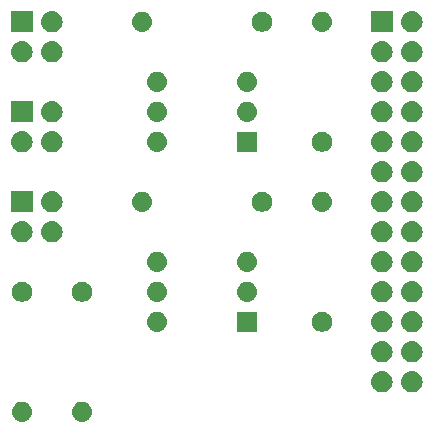
<source format=gbr>
G04 #@! TF.GenerationSoftware,KiCad,Pcbnew,5.1.4+dfsg1-2*
G04 #@! TF.CreationDate,2019-10-25T23:11:50+02:00*
G04 #@! TF.ProjectId,rpi_rpm,7270695f-7270-46d2-9e6b-696361645f70,rev?*
G04 #@! TF.SameCoordinates,Original*
G04 #@! TF.FileFunction,Soldermask,Bot*
G04 #@! TF.FilePolarity,Negative*
%FSLAX46Y46*%
G04 Gerber Fmt 4.6, Leading zero omitted, Abs format (unit mm)*
G04 Created by KiCad (PCBNEW 5.1.4+dfsg1-2) date 2019-10-25 23:11:50*
%MOMM*%
%LPD*%
G04 APERTURE LIST*
%ADD10C,0.150000*%
G04 APERTURE END LIST*
D10*
G36*
X139866823Y-114731313D02*
G01*
X140027242Y-114779976D01*
X140159906Y-114850886D01*
X140175078Y-114858996D01*
X140304659Y-114965341D01*
X140411004Y-115094922D01*
X140411005Y-115094924D01*
X140490024Y-115242758D01*
X140538687Y-115403177D01*
X140555117Y-115570000D01*
X140538687Y-115736823D01*
X140490024Y-115897242D01*
X140419114Y-116029906D01*
X140411004Y-116045078D01*
X140304659Y-116174659D01*
X140175078Y-116281004D01*
X140175076Y-116281005D01*
X140027242Y-116360024D01*
X139866823Y-116408687D01*
X139741804Y-116421000D01*
X139658196Y-116421000D01*
X139533177Y-116408687D01*
X139372758Y-116360024D01*
X139224924Y-116281005D01*
X139224922Y-116281004D01*
X139095341Y-116174659D01*
X138988996Y-116045078D01*
X138980886Y-116029906D01*
X138909976Y-115897242D01*
X138861313Y-115736823D01*
X138844883Y-115570000D01*
X138861313Y-115403177D01*
X138909976Y-115242758D01*
X138988995Y-115094924D01*
X138988996Y-115094922D01*
X139095341Y-114965341D01*
X139224922Y-114858996D01*
X139240094Y-114850886D01*
X139372758Y-114779976D01*
X139533177Y-114731313D01*
X139658196Y-114719000D01*
X139741804Y-114719000D01*
X139866823Y-114731313D01*
X139866823Y-114731313D01*
G37*
G36*
X134786823Y-114731313D02*
G01*
X134947242Y-114779976D01*
X135079906Y-114850886D01*
X135095078Y-114858996D01*
X135224659Y-114965341D01*
X135331004Y-115094922D01*
X135331005Y-115094924D01*
X135410024Y-115242758D01*
X135458687Y-115403177D01*
X135475117Y-115570000D01*
X135458687Y-115736823D01*
X135410024Y-115897242D01*
X135339114Y-116029906D01*
X135331004Y-116045078D01*
X135224659Y-116174659D01*
X135095078Y-116281004D01*
X135095076Y-116281005D01*
X134947242Y-116360024D01*
X134786823Y-116408687D01*
X134661804Y-116421000D01*
X134578196Y-116421000D01*
X134453177Y-116408687D01*
X134292758Y-116360024D01*
X134144924Y-116281005D01*
X134144922Y-116281004D01*
X134015341Y-116174659D01*
X133908996Y-116045078D01*
X133900886Y-116029906D01*
X133829976Y-115897242D01*
X133781313Y-115736823D01*
X133764883Y-115570000D01*
X133781313Y-115403177D01*
X133829976Y-115242758D01*
X133908995Y-115094924D01*
X133908996Y-115094922D01*
X134015341Y-114965341D01*
X134144922Y-114858996D01*
X134160094Y-114850886D01*
X134292758Y-114779976D01*
X134453177Y-114731313D01*
X134578196Y-114719000D01*
X134661804Y-114719000D01*
X134786823Y-114731313D01*
X134786823Y-114731313D01*
G37*
G36*
X167750443Y-112135519D02*
G01*
X167816627Y-112142037D01*
X167986466Y-112193557D01*
X168142991Y-112277222D01*
X168178729Y-112306552D01*
X168280186Y-112389814D01*
X168363448Y-112491271D01*
X168392778Y-112527009D01*
X168476443Y-112683534D01*
X168527963Y-112853373D01*
X168545359Y-113030000D01*
X168527963Y-113206627D01*
X168476443Y-113376466D01*
X168392778Y-113532991D01*
X168363448Y-113568729D01*
X168280186Y-113670186D01*
X168178729Y-113753448D01*
X168142991Y-113782778D01*
X167986466Y-113866443D01*
X167816627Y-113917963D01*
X167750443Y-113924481D01*
X167684260Y-113931000D01*
X167595740Y-113931000D01*
X167529557Y-113924481D01*
X167463373Y-113917963D01*
X167293534Y-113866443D01*
X167137009Y-113782778D01*
X167101271Y-113753448D01*
X166999814Y-113670186D01*
X166916552Y-113568729D01*
X166887222Y-113532991D01*
X166803557Y-113376466D01*
X166752037Y-113206627D01*
X166734641Y-113030000D01*
X166752037Y-112853373D01*
X166803557Y-112683534D01*
X166887222Y-112527009D01*
X166916552Y-112491271D01*
X166999814Y-112389814D01*
X167101271Y-112306552D01*
X167137009Y-112277222D01*
X167293534Y-112193557D01*
X167463373Y-112142037D01*
X167529557Y-112135519D01*
X167595740Y-112129000D01*
X167684260Y-112129000D01*
X167750443Y-112135519D01*
X167750443Y-112135519D01*
G37*
G36*
X165210443Y-112135519D02*
G01*
X165276627Y-112142037D01*
X165446466Y-112193557D01*
X165602991Y-112277222D01*
X165638729Y-112306552D01*
X165740186Y-112389814D01*
X165823448Y-112491271D01*
X165852778Y-112527009D01*
X165936443Y-112683534D01*
X165987963Y-112853373D01*
X166005359Y-113030000D01*
X165987963Y-113206627D01*
X165936443Y-113376466D01*
X165852778Y-113532991D01*
X165823448Y-113568729D01*
X165740186Y-113670186D01*
X165638729Y-113753448D01*
X165602991Y-113782778D01*
X165446466Y-113866443D01*
X165276627Y-113917963D01*
X165210443Y-113924481D01*
X165144260Y-113931000D01*
X165055740Y-113931000D01*
X164989557Y-113924481D01*
X164923373Y-113917963D01*
X164753534Y-113866443D01*
X164597009Y-113782778D01*
X164561271Y-113753448D01*
X164459814Y-113670186D01*
X164376552Y-113568729D01*
X164347222Y-113532991D01*
X164263557Y-113376466D01*
X164212037Y-113206627D01*
X164194641Y-113030000D01*
X164212037Y-112853373D01*
X164263557Y-112683534D01*
X164347222Y-112527009D01*
X164376552Y-112491271D01*
X164459814Y-112389814D01*
X164561271Y-112306552D01*
X164597009Y-112277222D01*
X164753534Y-112193557D01*
X164923373Y-112142037D01*
X164989557Y-112135519D01*
X165055740Y-112129000D01*
X165144260Y-112129000D01*
X165210443Y-112135519D01*
X165210443Y-112135519D01*
G37*
G36*
X167750442Y-109595518D02*
G01*
X167816627Y-109602037D01*
X167986466Y-109653557D01*
X168142991Y-109737222D01*
X168178729Y-109766552D01*
X168280186Y-109849814D01*
X168363448Y-109951271D01*
X168392778Y-109987009D01*
X168476443Y-110143534D01*
X168527963Y-110313373D01*
X168545359Y-110490000D01*
X168527963Y-110666627D01*
X168476443Y-110836466D01*
X168392778Y-110992991D01*
X168363448Y-111028729D01*
X168280186Y-111130186D01*
X168178729Y-111213448D01*
X168142991Y-111242778D01*
X167986466Y-111326443D01*
X167816627Y-111377963D01*
X167750443Y-111384481D01*
X167684260Y-111391000D01*
X167595740Y-111391000D01*
X167529557Y-111384481D01*
X167463373Y-111377963D01*
X167293534Y-111326443D01*
X167137009Y-111242778D01*
X167101271Y-111213448D01*
X166999814Y-111130186D01*
X166916552Y-111028729D01*
X166887222Y-110992991D01*
X166803557Y-110836466D01*
X166752037Y-110666627D01*
X166734641Y-110490000D01*
X166752037Y-110313373D01*
X166803557Y-110143534D01*
X166887222Y-109987009D01*
X166916552Y-109951271D01*
X166999814Y-109849814D01*
X167101271Y-109766552D01*
X167137009Y-109737222D01*
X167293534Y-109653557D01*
X167463373Y-109602037D01*
X167529558Y-109595518D01*
X167595740Y-109589000D01*
X167684260Y-109589000D01*
X167750442Y-109595518D01*
X167750442Y-109595518D01*
G37*
G36*
X165210442Y-109595518D02*
G01*
X165276627Y-109602037D01*
X165446466Y-109653557D01*
X165602991Y-109737222D01*
X165638729Y-109766552D01*
X165740186Y-109849814D01*
X165823448Y-109951271D01*
X165852778Y-109987009D01*
X165936443Y-110143534D01*
X165987963Y-110313373D01*
X166005359Y-110490000D01*
X165987963Y-110666627D01*
X165936443Y-110836466D01*
X165852778Y-110992991D01*
X165823448Y-111028729D01*
X165740186Y-111130186D01*
X165638729Y-111213448D01*
X165602991Y-111242778D01*
X165446466Y-111326443D01*
X165276627Y-111377963D01*
X165210443Y-111384481D01*
X165144260Y-111391000D01*
X165055740Y-111391000D01*
X164989557Y-111384481D01*
X164923373Y-111377963D01*
X164753534Y-111326443D01*
X164597009Y-111242778D01*
X164561271Y-111213448D01*
X164459814Y-111130186D01*
X164376552Y-111028729D01*
X164347222Y-110992991D01*
X164263557Y-110836466D01*
X164212037Y-110666627D01*
X164194641Y-110490000D01*
X164212037Y-110313373D01*
X164263557Y-110143534D01*
X164347222Y-109987009D01*
X164376552Y-109951271D01*
X164459814Y-109849814D01*
X164561271Y-109766552D01*
X164597009Y-109737222D01*
X164753534Y-109653557D01*
X164923373Y-109602037D01*
X164989558Y-109595518D01*
X165055740Y-109589000D01*
X165144260Y-109589000D01*
X165210442Y-109595518D01*
X165210442Y-109595518D01*
G37*
G36*
X167750442Y-107055518D02*
G01*
X167816627Y-107062037D01*
X167986466Y-107113557D01*
X168142991Y-107197222D01*
X168178729Y-107226552D01*
X168280186Y-107309814D01*
X168360369Y-107407519D01*
X168392778Y-107447009D01*
X168476443Y-107603534D01*
X168527963Y-107773373D01*
X168545359Y-107950000D01*
X168527963Y-108126627D01*
X168476443Y-108296466D01*
X168392778Y-108452991D01*
X168363448Y-108488729D01*
X168280186Y-108590186D01*
X168178729Y-108673448D01*
X168142991Y-108702778D01*
X167986466Y-108786443D01*
X167816627Y-108837963D01*
X167750442Y-108844482D01*
X167684260Y-108851000D01*
X167595740Y-108851000D01*
X167529558Y-108844482D01*
X167463373Y-108837963D01*
X167293534Y-108786443D01*
X167137009Y-108702778D01*
X167101271Y-108673448D01*
X166999814Y-108590186D01*
X166916552Y-108488729D01*
X166887222Y-108452991D01*
X166803557Y-108296466D01*
X166752037Y-108126627D01*
X166734641Y-107950000D01*
X166752037Y-107773373D01*
X166803557Y-107603534D01*
X166887222Y-107447009D01*
X166919631Y-107407519D01*
X166999814Y-107309814D01*
X167101271Y-107226552D01*
X167137009Y-107197222D01*
X167293534Y-107113557D01*
X167463373Y-107062037D01*
X167529558Y-107055518D01*
X167595740Y-107049000D01*
X167684260Y-107049000D01*
X167750442Y-107055518D01*
X167750442Y-107055518D01*
G37*
G36*
X165210442Y-107055518D02*
G01*
X165276627Y-107062037D01*
X165446466Y-107113557D01*
X165602991Y-107197222D01*
X165638729Y-107226552D01*
X165740186Y-107309814D01*
X165820369Y-107407519D01*
X165852778Y-107447009D01*
X165936443Y-107603534D01*
X165987963Y-107773373D01*
X166005359Y-107950000D01*
X165987963Y-108126627D01*
X165936443Y-108296466D01*
X165852778Y-108452991D01*
X165823448Y-108488729D01*
X165740186Y-108590186D01*
X165638729Y-108673448D01*
X165602991Y-108702778D01*
X165446466Y-108786443D01*
X165276627Y-108837963D01*
X165210442Y-108844482D01*
X165144260Y-108851000D01*
X165055740Y-108851000D01*
X164989558Y-108844482D01*
X164923373Y-108837963D01*
X164753534Y-108786443D01*
X164597009Y-108702778D01*
X164561271Y-108673448D01*
X164459814Y-108590186D01*
X164376552Y-108488729D01*
X164347222Y-108452991D01*
X164263557Y-108296466D01*
X164212037Y-108126627D01*
X164194641Y-107950000D01*
X164212037Y-107773373D01*
X164263557Y-107603534D01*
X164347222Y-107447009D01*
X164379631Y-107407519D01*
X164459814Y-107309814D01*
X164561271Y-107226552D01*
X164597009Y-107197222D01*
X164753534Y-107113557D01*
X164923373Y-107062037D01*
X164989558Y-107055518D01*
X165055740Y-107049000D01*
X165144260Y-107049000D01*
X165210442Y-107055518D01*
X165210442Y-107055518D01*
G37*
G36*
X160268228Y-107131703D02*
G01*
X160423100Y-107195853D01*
X160562481Y-107288985D01*
X160681015Y-107407519D01*
X160774147Y-107546900D01*
X160838297Y-107701772D01*
X160871000Y-107866184D01*
X160871000Y-108033816D01*
X160838297Y-108198228D01*
X160774147Y-108353100D01*
X160681015Y-108492481D01*
X160562481Y-108611015D01*
X160423100Y-108704147D01*
X160268228Y-108768297D01*
X160103816Y-108801000D01*
X159936184Y-108801000D01*
X159771772Y-108768297D01*
X159616900Y-108704147D01*
X159477519Y-108611015D01*
X159358985Y-108492481D01*
X159265853Y-108353100D01*
X159201703Y-108198228D01*
X159169000Y-108033816D01*
X159169000Y-107866184D01*
X159201703Y-107701772D01*
X159265853Y-107546900D01*
X159358985Y-107407519D01*
X159477519Y-107288985D01*
X159616900Y-107195853D01*
X159771772Y-107131703D01*
X159936184Y-107099000D01*
X160103816Y-107099000D01*
X160268228Y-107131703D01*
X160268228Y-107131703D01*
G37*
G36*
X146216823Y-107111313D02*
G01*
X146377242Y-107159976D01*
X146444361Y-107195852D01*
X146525078Y-107238996D01*
X146654659Y-107345341D01*
X146761004Y-107474922D01*
X146761005Y-107474924D01*
X146840024Y-107622758D01*
X146888687Y-107783177D01*
X146905117Y-107950000D01*
X146888687Y-108116823D01*
X146840024Y-108277242D01*
X146799477Y-108353100D01*
X146761004Y-108425078D01*
X146654659Y-108554659D01*
X146525078Y-108661004D01*
X146525076Y-108661005D01*
X146377242Y-108740024D01*
X146216823Y-108788687D01*
X146091804Y-108801000D01*
X146008196Y-108801000D01*
X145883177Y-108788687D01*
X145722758Y-108740024D01*
X145574924Y-108661005D01*
X145574922Y-108661004D01*
X145445341Y-108554659D01*
X145338996Y-108425078D01*
X145300523Y-108353100D01*
X145259976Y-108277242D01*
X145211313Y-108116823D01*
X145194883Y-107950000D01*
X145211313Y-107783177D01*
X145259976Y-107622758D01*
X145338995Y-107474924D01*
X145338996Y-107474922D01*
X145445341Y-107345341D01*
X145574922Y-107238996D01*
X145655639Y-107195852D01*
X145722758Y-107159976D01*
X145883177Y-107111313D01*
X146008196Y-107099000D01*
X146091804Y-107099000D01*
X146216823Y-107111313D01*
X146216823Y-107111313D01*
G37*
G36*
X154521000Y-108801000D02*
G01*
X152819000Y-108801000D01*
X152819000Y-107099000D01*
X154521000Y-107099000D01*
X154521000Y-108801000D01*
X154521000Y-108801000D01*
G37*
G36*
X167750443Y-104515519D02*
G01*
X167816627Y-104522037D01*
X167986466Y-104573557D01*
X168142991Y-104657222D01*
X168178729Y-104686552D01*
X168280186Y-104769814D01*
X168360369Y-104867519D01*
X168392778Y-104907009D01*
X168476443Y-105063534D01*
X168527963Y-105233373D01*
X168545359Y-105410000D01*
X168527963Y-105586627D01*
X168476443Y-105756466D01*
X168392778Y-105912991D01*
X168363448Y-105948729D01*
X168280186Y-106050186D01*
X168178729Y-106133448D01*
X168142991Y-106162778D01*
X167986466Y-106246443D01*
X167816627Y-106297963D01*
X167750442Y-106304482D01*
X167684260Y-106311000D01*
X167595740Y-106311000D01*
X167529558Y-106304482D01*
X167463373Y-106297963D01*
X167293534Y-106246443D01*
X167137009Y-106162778D01*
X167101271Y-106133448D01*
X166999814Y-106050186D01*
X166916552Y-105948729D01*
X166887222Y-105912991D01*
X166803557Y-105756466D01*
X166752037Y-105586627D01*
X166734641Y-105410000D01*
X166752037Y-105233373D01*
X166803557Y-105063534D01*
X166887222Y-104907009D01*
X166919631Y-104867519D01*
X166999814Y-104769814D01*
X167101271Y-104686552D01*
X167137009Y-104657222D01*
X167293534Y-104573557D01*
X167463373Y-104522037D01*
X167529557Y-104515519D01*
X167595740Y-104509000D01*
X167684260Y-104509000D01*
X167750443Y-104515519D01*
X167750443Y-104515519D01*
G37*
G36*
X165210443Y-104515519D02*
G01*
X165276627Y-104522037D01*
X165446466Y-104573557D01*
X165602991Y-104657222D01*
X165638729Y-104686552D01*
X165740186Y-104769814D01*
X165820369Y-104867519D01*
X165852778Y-104907009D01*
X165936443Y-105063534D01*
X165987963Y-105233373D01*
X166005359Y-105410000D01*
X165987963Y-105586627D01*
X165936443Y-105756466D01*
X165852778Y-105912991D01*
X165823448Y-105948729D01*
X165740186Y-106050186D01*
X165638729Y-106133448D01*
X165602991Y-106162778D01*
X165446466Y-106246443D01*
X165276627Y-106297963D01*
X165210442Y-106304482D01*
X165144260Y-106311000D01*
X165055740Y-106311000D01*
X164989558Y-106304482D01*
X164923373Y-106297963D01*
X164753534Y-106246443D01*
X164597009Y-106162778D01*
X164561271Y-106133448D01*
X164459814Y-106050186D01*
X164376552Y-105948729D01*
X164347222Y-105912991D01*
X164263557Y-105756466D01*
X164212037Y-105586627D01*
X164194641Y-105410000D01*
X164212037Y-105233373D01*
X164263557Y-105063534D01*
X164347222Y-104907009D01*
X164379631Y-104867519D01*
X164459814Y-104769814D01*
X164561271Y-104686552D01*
X164597009Y-104657222D01*
X164753534Y-104573557D01*
X164923373Y-104522037D01*
X164989557Y-104515519D01*
X165055740Y-104509000D01*
X165144260Y-104509000D01*
X165210443Y-104515519D01*
X165210443Y-104515519D01*
G37*
G36*
X139948228Y-104591703D02*
G01*
X140103100Y-104655853D01*
X140242481Y-104748985D01*
X140361015Y-104867519D01*
X140454147Y-105006900D01*
X140518297Y-105161772D01*
X140551000Y-105326184D01*
X140551000Y-105493816D01*
X140518297Y-105658228D01*
X140454147Y-105813100D01*
X140361015Y-105952481D01*
X140242481Y-106071015D01*
X140103100Y-106164147D01*
X139948228Y-106228297D01*
X139783816Y-106261000D01*
X139616184Y-106261000D01*
X139451772Y-106228297D01*
X139296900Y-106164147D01*
X139157519Y-106071015D01*
X139038985Y-105952481D01*
X138945853Y-105813100D01*
X138881703Y-105658228D01*
X138849000Y-105493816D01*
X138849000Y-105326184D01*
X138881703Y-105161772D01*
X138945853Y-105006900D01*
X139038985Y-104867519D01*
X139157519Y-104748985D01*
X139296900Y-104655853D01*
X139451772Y-104591703D01*
X139616184Y-104559000D01*
X139783816Y-104559000D01*
X139948228Y-104591703D01*
X139948228Y-104591703D01*
G37*
G36*
X146216823Y-104571313D02*
G01*
X146377242Y-104619976D01*
X146444361Y-104655852D01*
X146525078Y-104698996D01*
X146654659Y-104805341D01*
X146761004Y-104934922D01*
X146761005Y-104934924D01*
X146840024Y-105082758D01*
X146888687Y-105243177D01*
X146905117Y-105410000D01*
X146888687Y-105576823D01*
X146840024Y-105737242D01*
X146799477Y-105813100D01*
X146761004Y-105885078D01*
X146654659Y-106014659D01*
X146525078Y-106121004D01*
X146525076Y-106121005D01*
X146377242Y-106200024D01*
X146216823Y-106248687D01*
X146091804Y-106261000D01*
X146008196Y-106261000D01*
X145883177Y-106248687D01*
X145722758Y-106200024D01*
X145574924Y-106121005D01*
X145574922Y-106121004D01*
X145445341Y-106014659D01*
X145338996Y-105885078D01*
X145300523Y-105813100D01*
X145259976Y-105737242D01*
X145211313Y-105576823D01*
X145194883Y-105410000D01*
X145211313Y-105243177D01*
X145259976Y-105082758D01*
X145338995Y-104934924D01*
X145338996Y-104934922D01*
X145445341Y-104805341D01*
X145574922Y-104698996D01*
X145655639Y-104655852D01*
X145722758Y-104619976D01*
X145883177Y-104571313D01*
X146008196Y-104559000D01*
X146091804Y-104559000D01*
X146216823Y-104571313D01*
X146216823Y-104571313D01*
G37*
G36*
X153836823Y-104571313D02*
G01*
X153997242Y-104619976D01*
X154064361Y-104655852D01*
X154145078Y-104698996D01*
X154274659Y-104805341D01*
X154381004Y-104934922D01*
X154381005Y-104934924D01*
X154460024Y-105082758D01*
X154508687Y-105243177D01*
X154525117Y-105410000D01*
X154508687Y-105576823D01*
X154460024Y-105737242D01*
X154419477Y-105813100D01*
X154381004Y-105885078D01*
X154274659Y-106014659D01*
X154145078Y-106121004D01*
X154145076Y-106121005D01*
X153997242Y-106200024D01*
X153836823Y-106248687D01*
X153711804Y-106261000D01*
X153628196Y-106261000D01*
X153503177Y-106248687D01*
X153342758Y-106200024D01*
X153194924Y-106121005D01*
X153194922Y-106121004D01*
X153065341Y-106014659D01*
X152958996Y-105885078D01*
X152920523Y-105813100D01*
X152879976Y-105737242D01*
X152831313Y-105576823D01*
X152814883Y-105410000D01*
X152831313Y-105243177D01*
X152879976Y-105082758D01*
X152958995Y-104934924D01*
X152958996Y-104934922D01*
X153065341Y-104805341D01*
X153194922Y-104698996D01*
X153275639Y-104655852D01*
X153342758Y-104619976D01*
X153503177Y-104571313D01*
X153628196Y-104559000D01*
X153711804Y-104559000D01*
X153836823Y-104571313D01*
X153836823Y-104571313D01*
G37*
G36*
X134868228Y-104591703D02*
G01*
X135023100Y-104655853D01*
X135162481Y-104748985D01*
X135281015Y-104867519D01*
X135374147Y-105006900D01*
X135438297Y-105161772D01*
X135471000Y-105326184D01*
X135471000Y-105493816D01*
X135438297Y-105658228D01*
X135374147Y-105813100D01*
X135281015Y-105952481D01*
X135162481Y-106071015D01*
X135023100Y-106164147D01*
X134868228Y-106228297D01*
X134703816Y-106261000D01*
X134536184Y-106261000D01*
X134371772Y-106228297D01*
X134216900Y-106164147D01*
X134077519Y-106071015D01*
X133958985Y-105952481D01*
X133865853Y-105813100D01*
X133801703Y-105658228D01*
X133769000Y-105493816D01*
X133769000Y-105326184D01*
X133801703Y-105161772D01*
X133865853Y-105006900D01*
X133958985Y-104867519D01*
X134077519Y-104748985D01*
X134216900Y-104655853D01*
X134371772Y-104591703D01*
X134536184Y-104559000D01*
X134703816Y-104559000D01*
X134868228Y-104591703D01*
X134868228Y-104591703D01*
G37*
G36*
X167750442Y-101975518D02*
G01*
X167816627Y-101982037D01*
X167986466Y-102033557D01*
X168142991Y-102117222D01*
X168178729Y-102146552D01*
X168280186Y-102229814D01*
X168363448Y-102331271D01*
X168392778Y-102367009D01*
X168476443Y-102523534D01*
X168527963Y-102693373D01*
X168545359Y-102870000D01*
X168527963Y-103046627D01*
X168476443Y-103216466D01*
X168392778Y-103372991D01*
X168363448Y-103408729D01*
X168280186Y-103510186D01*
X168178729Y-103593448D01*
X168142991Y-103622778D01*
X167986466Y-103706443D01*
X167816627Y-103757963D01*
X167750443Y-103764481D01*
X167684260Y-103771000D01*
X167595740Y-103771000D01*
X167529557Y-103764481D01*
X167463373Y-103757963D01*
X167293534Y-103706443D01*
X167137009Y-103622778D01*
X167101271Y-103593448D01*
X166999814Y-103510186D01*
X166916552Y-103408729D01*
X166887222Y-103372991D01*
X166803557Y-103216466D01*
X166752037Y-103046627D01*
X166734641Y-102870000D01*
X166752037Y-102693373D01*
X166803557Y-102523534D01*
X166887222Y-102367009D01*
X166916552Y-102331271D01*
X166999814Y-102229814D01*
X167101271Y-102146552D01*
X167137009Y-102117222D01*
X167293534Y-102033557D01*
X167463373Y-101982037D01*
X167529558Y-101975518D01*
X167595740Y-101969000D01*
X167684260Y-101969000D01*
X167750442Y-101975518D01*
X167750442Y-101975518D01*
G37*
G36*
X165210442Y-101975518D02*
G01*
X165276627Y-101982037D01*
X165446466Y-102033557D01*
X165602991Y-102117222D01*
X165638729Y-102146552D01*
X165740186Y-102229814D01*
X165823448Y-102331271D01*
X165852778Y-102367009D01*
X165936443Y-102523534D01*
X165987963Y-102693373D01*
X166005359Y-102870000D01*
X165987963Y-103046627D01*
X165936443Y-103216466D01*
X165852778Y-103372991D01*
X165823448Y-103408729D01*
X165740186Y-103510186D01*
X165638729Y-103593448D01*
X165602991Y-103622778D01*
X165446466Y-103706443D01*
X165276627Y-103757963D01*
X165210443Y-103764481D01*
X165144260Y-103771000D01*
X165055740Y-103771000D01*
X164989557Y-103764481D01*
X164923373Y-103757963D01*
X164753534Y-103706443D01*
X164597009Y-103622778D01*
X164561271Y-103593448D01*
X164459814Y-103510186D01*
X164376552Y-103408729D01*
X164347222Y-103372991D01*
X164263557Y-103216466D01*
X164212037Y-103046627D01*
X164194641Y-102870000D01*
X164212037Y-102693373D01*
X164263557Y-102523534D01*
X164347222Y-102367009D01*
X164376552Y-102331271D01*
X164459814Y-102229814D01*
X164561271Y-102146552D01*
X164597009Y-102117222D01*
X164753534Y-102033557D01*
X164923373Y-101982037D01*
X164989558Y-101975518D01*
X165055740Y-101969000D01*
X165144260Y-101969000D01*
X165210442Y-101975518D01*
X165210442Y-101975518D01*
G37*
G36*
X146216823Y-102031313D02*
G01*
X146377242Y-102079976D01*
X146446922Y-102117221D01*
X146525078Y-102158996D01*
X146654659Y-102265341D01*
X146761004Y-102394922D01*
X146761005Y-102394924D01*
X146840024Y-102542758D01*
X146888687Y-102703177D01*
X146905117Y-102870000D01*
X146888687Y-103036823D01*
X146840024Y-103197242D01*
X146829747Y-103216468D01*
X146761004Y-103345078D01*
X146654659Y-103474659D01*
X146525078Y-103581004D01*
X146525076Y-103581005D01*
X146377242Y-103660024D01*
X146216823Y-103708687D01*
X146091804Y-103721000D01*
X146008196Y-103721000D01*
X145883177Y-103708687D01*
X145722758Y-103660024D01*
X145574924Y-103581005D01*
X145574922Y-103581004D01*
X145445341Y-103474659D01*
X145338996Y-103345078D01*
X145270253Y-103216468D01*
X145259976Y-103197242D01*
X145211313Y-103036823D01*
X145194883Y-102870000D01*
X145211313Y-102703177D01*
X145259976Y-102542758D01*
X145338995Y-102394924D01*
X145338996Y-102394922D01*
X145445341Y-102265341D01*
X145574922Y-102158996D01*
X145653078Y-102117221D01*
X145722758Y-102079976D01*
X145883177Y-102031313D01*
X146008196Y-102019000D01*
X146091804Y-102019000D01*
X146216823Y-102031313D01*
X146216823Y-102031313D01*
G37*
G36*
X153836823Y-102031313D02*
G01*
X153997242Y-102079976D01*
X154066922Y-102117221D01*
X154145078Y-102158996D01*
X154274659Y-102265341D01*
X154381004Y-102394922D01*
X154381005Y-102394924D01*
X154460024Y-102542758D01*
X154508687Y-102703177D01*
X154525117Y-102870000D01*
X154508687Y-103036823D01*
X154460024Y-103197242D01*
X154449747Y-103216468D01*
X154381004Y-103345078D01*
X154274659Y-103474659D01*
X154145078Y-103581004D01*
X154145076Y-103581005D01*
X153997242Y-103660024D01*
X153836823Y-103708687D01*
X153711804Y-103721000D01*
X153628196Y-103721000D01*
X153503177Y-103708687D01*
X153342758Y-103660024D01*
X153194924Y-103581005D01*
X153194922Y-103581004D01*
X153065341Y-103474659D01*
X152958996Y-103345078D01*
X152890253Y-103216468D01*
X152879976Y-103197242D01*
X152831313Y-103036823D01*
X152814883Y-102870000D01*
X152831313Y-102703177D01*
X152879976Y-102542758D01*
X152958995Y-102394924D01*
X152958996Y-102394922D01*
X153065341Y-102265341D01*
X153194922Y-102158996D01*
X153273078Y-102117221D01*
X153342758Y-102079976D01*
X153503177Y-102031313D01*
X153628196Y-102019000D01*
X153711804Y-102019000D01*
X153836823Y-102031313D01*
X153836823Y-102031313D01*
G37*
G36*
X137270443Y-99435519D02*
G01*
X137336627Y-99442037D01*
X137506466Y-99493557D01*
X137662991Y-99577222D01*
X137698729Y-99606552D01*
X137800186Y-99689814D01*
X137883448Y-99791271D01*
X137912778Y-99827009D01*
X137996443Y-99983534D01*
X138047963Y-100153373D01*
X138065359Y-100330000D01*
X138047963Y-100506627D01*
X137996443Y-100676466D01*
X137912778Y-100832991D01*
X137883448Y-100868729D01*
X137800186Y-100970186D01*
X137698729Y-101053448D01*
X137662991Y-101082778D01*
X137506466Y-101166443D01*
X137336627Y-101217963D01*
X137270443Y-101224481D01*
X137204260Y-101231000D01*
X137115740Y-101231000D01*
X137049558Y-101224482D01*
X136983373Y-101217963D01*
X136813534Y-101166443D01*
X136657009Y-101082778D01*
X136621271Y-101053448D01*
X136519814Y-100970186D01*
X136436552Y-100868729D01*
X136407222Y-100832991D01*
X136323557Y-100676466D01*
X136272037Y-100506627D01*
X136254641Y-100330000D01*
X136272037Y-100153373D01*
X136323557Y-99983534D01*
X136407222Y-99827009D01*
X136436552Y-99791271D01*
X136519814Y-99689814D01*
X136621271Y-99606552D01*
X136657009Y-99577222D01*
X136813534Y-99493557D01*
X136983373Y-99442037D01*
X137049558Y-99435518D01*
X137115740Y-99429000D01*
X137204260Y-99429000D01*
X137270443Y-99435519D01*
X137270443Y-99435519D01*
G37*
G36*
X134730443Y-99435519D02*
G01*
X134796627Y-99442037D01*
X134966466Y-99493557D01*
X135122991Y-99577222D01*
X135158729Y-99606552D01*
X135260186Y-99689814D01*
X135343448Y-99791271D01*
X135372778Y-99827009D01*
X135456443Y-99983534D01*
X135507963Y-100153373D01*
X135525359Y-100330000D01*
X135507963Y-100506627D01*
X135456443Y-100676466D01*
X135372778Y-100832991D01*
X135343448Y-100868729D01*
X135260186Y-100970186D01*
X135158729Y-101053448D01*
X135122991Y-101082778D01*
X134966466Y-101166443D01*
X134796627Y-101217963D01*
X134730443Y-101224481D01*
X134664260Y-101231000D01*
X134575740Y-101231000D01*
X134509558Y-101224482D01*
X134443373Y-101217963D01*
X134273534Y-101166443D01*
X134117009Y-101082778D01*
X134081271Y-101053448D01*
X133979814Y-100970186D01*
X133896552Y-100868729D01*
X133867222Y-100832991D01*
X133783557Y-100676466D01*
X133732037Y-100506627D01*
X133714641Y-100330000D01*
X133732037Y-100153373D01*
X133783557Y-99983534D01*
X133867222Y-99827009D01*
X133896552Y-99791271D01*
X133979814Y-99689814D01*
X134081271Y-99606552D01*
X134117009Y-99577222D01*
X134273534Y-99493557D01*
X134443373Y-99442037D01*
X134509558Y-99435518D01*
X134575740Y-99429000D01*
X134664260Y-99429000D01*
X134730443Y-99435519D01*
X134730443Y-99435519D01*
G37*
G36*
X167750443Y-99435519D02*
G01*
X167816627Y-99442037D01*
X167986466Y-99493557D01*
X168142991Y-99577222D01*
X168178729Y-99606552D01*
X168280186Y-99689814D01*
X168363448Y-99791271D01*
X168392778Y-99827009D01*
X168476443Y-99983534D01*
X168527963Y-100153373D01*
X168545359Y-100330000D01*
X168527963Y-100506627D01*
X168476443Y-100676466D01*
X168392778Y-100832991D01*
X168363448Y-100868729D01*
X168280186Y-100970186D01*
X168178729Y-101053448D01*
X168142991Y-101082778D01*
X167986466Y-101166443D01*
X167816627Y-101217963D01*
X167750443Y-101224481D01*
X167684260Y-101231000D01*
X167595740Y-101231000D01*
X167529558Y-101224482D01*
X167463373Y-101217963D01*
X167293534Y-101166443D01*
X167137009Y-101082778D01*
X167101271Y-101053448D01*
X166999814Y-100970186D01*
X166916552Y-100868729D01*
X166887222Y-100832991D01*
X166803557Y-100676466D01*
X166752037Y-100506627D01*
X166734641Y-100330000D01*
X166752037Y-100153373D01*
X166803557Y-99983534D01*
X166887222Y-99827009D01*
X166916552Y-99791271D01*
X166999814Y-99689814D01*
X167101271Y-99606552D01*
X167137009Y-99577222D01*
X167293534Y-99493557D01*
X167463373Y-99442037D01*
X167529558Y-99435518D01*
X167595740Y-99429000D01*
X167684260Y-99429000D01*
X167750443Y-99435519D01*
X167750443Y-99435519D01*
G37*
G36*
X165210443Y-99435519D02*
G01*
X165276627Y-99442037D01*
X165446466Y-99493557D01*
X165602991Y-99577222D01*
X165638729Y-99606552D01*
X165740186Y-99689814D01*
X165823448Y-99791271D01*
X165852778Y-99827009D01*
X165936443Y-99983534D01*
X165987963Y-100153373D01*
X166005359Y-100330000D01*
X165987963Y-100506627D01*
X165936443Y-100676466D01*
X165852778Y-100832991D01*
X165823448Y-100868729D01*
X165740186Y-100970186D01*
X165638729Y-101053448D01*
X165602991Y-101082778D01*
X165446466Y-101166443D01*
X165276627Y-101217963D01*
X165210443Y-101224481D01*
X165144260Y-101231000D01*
X165055740Y-101231000D01*
X164989558Y-101224482D01*
X164923373Y-101217963D01*
X164753534Y-101166443D01*
X164597009Y-101082778D01*
X164561271Y-101053448D01*
X164459814Y-100970186D01*
X164376552Y-100868729D01*
X164347222Y-100832991D01*
X164263557Y-100676466D01*
X164212037Y-100506627D01*
X164194641Y-100330000D01*
X164212037Y-100153373D01*
X164263557Y-99983534D01*
X164347222Y-99827009D01*
X164376552Y-99791271D01*
X164459814Y-99689814D01*
X164561271Y-99606552D01*
X164597009Y-99577222D01*
X164753534Y-99493557D01*
X164923373Y-99442037D01*
X164989558Y-99435518D01*
X165055740Y-99429000D01*
X165144260Y-99429000D01*
X165210443Y-99435519D01*
X165210443Y-99435519D01*
G37*
G36*
X137270442Y-96895518D02*
G01*
X137336627Y-96902037D01*
X137506466Y-96953557D01*
X137662991Y-97037222D01*
X137698729Y-97066552D01*
X137800186Y-97149814D01*
X137880369Y-97247519D01*
X137912778Y-97287009D01*
X137996443Y-97443534D01*
X138047963Y-97613373D01*
X138065359Y-97790000D01*
X138047963Y-97966627D01*
X137996443Y-98136466D01*
X137912778Y-98292991D01*
X137883448Y-98328729D01*
X137800186Y-98430186D01*
X137698729Y-98513448D01*
X137662991Y-98542778D01*
X137506466Y-98626443D01*
X137336627Y-98677963D01*
X137270442Y-98684482D01*
X137204260Y-98691000D01*
X137115740Y-98691000D01*
X137049558Y-98684482D01*
X136983373Y-98677963D01*
X136813534Y-98626443D01*
X136657009Y-98542778D01*
X136621271Y-98513448D01*
X136519814Y-98430186D01*
X136436552Y-98328729D01*
X136407222Y-98292991D01*
X136323557Y-98136466D01*
X136272037Y-97966627D01*
X136254641Y-97790000D01*
X136272037Y-97613373D01*
X136323557Y-97443534D01*
X136407222Y-97287009D01*
X136439631Y-97247519D01*
X136519814Y-97149814D01*
X136621271Y-97066552D01*
X136657009Y-97037222D01*
X136813534Y-96953557D01*
X136983373Y-96902037D01*
X137049558Y-96895518D01*
X137115740Y-96889000D01*
X137204260Y-96889000D01*
X137270442Y-96895518D01*
X137270442Y-96895518D01*
G37*
G36*
X135521000Y-98691000D02*
G01*
X133719000Y-98691000D01*
X133719000Y-96889000D01*
X135521000Y-96889000D01*
X135521000Y-98691000D01*
X135521000Y-98691000D01*
G37*
G36*
X165210442Y-96895518D02*
G01*
X165276627Y-96902037D01*
X165446466Y-96953557D01*
X165602991Y-97037222D01*
X165638729Y-97066552D01*
X165740186Y-97149814D01*
X165820369Y-97247519D01*
X165852778Y-97287009D01*
X165936443Y-97443534D01*
X165987963Y-97613373D01*
X166005359Y-97790000D01*
X165987963Y-97966627D01*
X165936443Y-98136466D01*
X165852778Y-98292991D01*
X165823448Y-98328729D01*
X165740186Y-98430186D01*
X165638729Y-98513448D01*
X165602991Y-98542778D01*
X165446466Y-98626443D01*
X165276627Y-98677963D01*
X165210442Y-98684482D01*
X165144260Y-98691000D01*
X165055740Y-98691000D01*
X164989558Y-98684482D01*
X164923373Y-98677963D01*
X164753534Y-98626443D01*
X164597009Y-98542778D01*
X164561271Y-98513448D01*
X164459814Y-98430186D01*
X164376552Y-98328729D01*
X164347222Y-98292991D01*
X164263557Y-98136466D01*
X164212037Y-97966627D01*
X164194641Y-97790000D01*
X164212037Y-97613373D01*
X164263557Y-97443534D01*
X164347222Y-97287009D01*
X164379631Y-97247519D01*
X164459814Y-97149814D01*
X164561271Y-97066552D01*
X164597009Y-97037222D01*
X164753534Y-96953557D01*
X164923373Y-96902037D01*
X164989558Y-96895518D01*
X165055740Y-96889000D01*
X165144260Y-96889000D01*
X165210442Y-96895518D01*
X165210442Y-96895518D01*
G37*
G36*
X167750442Y-96895518D02*
G01*
X167816627Y-96902037D01*
X167986466Y-96953557D01*
X168142991Y-97037222D01*
X168178729Y-97066552D01*
X168280186Y-97149814D01*
X168360369Y-97247519D01*
X168392778Y-97287009D01*
X168476443Y-97443534D01*
X168527963Y-97613373D01*
X168545359Y-97790000D01*
X168527963Y-97966627D01*
X168476443Y-98136466D01*
X168392778Y-98292991D01*
X168363448Y-98328729D01*
X168280186Y-98430186D01*
X168178729Y-98513448D01*
X168142991Y-98542778D01*
X167986466Y-98626443D01*
X167816627Y-98677963D01*
X167750442Y-98684482D01*
X167684260Y-98691000D01*
X167595740Y-98691000D01*
X167529558Y-98684482D01*
X167463373Y-98677963D01*
X167293534Y-98626443D01*
X167137009Y-98542778D01*
X167101271Y-98513448D01*
X166999814Y-98430186D01*
X166916552Y-98328729D01*
X166887222Y-98292991D01*
X166803557Y-98136466D01*
X166752037Y-97966627D01*
X166734641Y-97790000D01*
X166752037Y-97613373D01*
X166803557Y-97443534D01*
X166887222Y-97287009D01*
X166919631Y-97247519D01*
X166999814Y-97149814D01*
X167101271Y-97066552D01*
X167137009Y-97037222D01*
X167293534Y-96953557D01*
X167463373Y-96902037D01*
X167529558Y-96895518D01*
X167595740Y-96889000D01*
X167684260Y-96889000D01*
X167750442Y-96895518D01*
X167750442Y-96895518D01*
G37*
G36*
X144946823Y-96951313D02*
G01*
X145107242Y-96999976D01*
X145174361Y-97035852D01*
X145255078Y-97078996D01*
X145384659Y-97185341D01*
X145491004Y-97314922D01*
X145491005Y-97314924D01*
X145570024Y-97462758D01*
X145618687Y-97623177D01*
X145635117Y-97790000D01*
X145618687Y-97956823D01*
X145570024Y-98117242D01*
X145529477Y-98193100D01*
X145491004Y-98265078D01*
X145384659Y-98394659D01*
X145255078Y-98501004D01*
X145255076Y-98501005D01*
X145107242Y-98580024D01*
X144946823Y-98628687D01*
X144821804Y-98641000D01*
X144738196Y-98641000D01*
X144613177Y-98628687D01*
X144452758Y-98580024D01*
X144304924Y-98501005D01*
X144304922Y-98501004D01*
X144175341Y-98394659D01*
X144068996Y-98265078D01*
X144030523Y-98193100D01*
X143989976Y-98117242D01*
X143941313Y-97956823D01*
X143924883Y-97790000D01*
X143941313Y-97623177D01*
X143989976Y-97462758D01*
X144068995Y-97314924D01*
X144068996Y-97314922D01*
X144175341Y-97185341D01*
X144304922Y-97078996D01*
X144385639Y-97035852D01*
X144452758Y-96999976D01*
X144613177Y-96951313D01*
X144738196Y-96939000D01*
X144821804Y-96939000D01*
X144946823Y-96951313D01*
X144946823Y-96951313D01*
G37*
G36*
X155188228Y-96971703D02*
G01*
X155343100Y-97035853D01*
X155482481Y-97128985D01*
X155601015Y-97247519D01*
X155694147Y-97386900D01*
X155758297Y-97541772D01*
X155791000Y-97706184D01*
X155791000Y-97873816D01*
X155758297Y-98038228D01*
X155694147Y-98193100D01*
X155601015Y-98332481D01*
X155482481Y-98451015D01*
X155343100Y-98544147D01*
X155188228Y-98608297D01*
X155023816Y-98641000D01*
X154856184Y-98641000D01*
X154691772Y-98608297D01*
X154536900Y-98544147D01*
X154397519Y-98451015D01*
X154278985Y-98332481D01*
X154185853Y-98193100D01*
X154121703Y-98038228D01*
X154089000Y-97873816D01*
X154089000Y-97706184D01*
X154121703Y-97541772D01*
X154185853Y-97386900D01*
X154278985Y-97247519D01*
X154397519Y-97128985D01*
X154536900Y-97035853D01*
X154691772Y-96971703D01*
X154856184Y-96939000D01*
X155023816Y-96939000D01*
X155188228Y-96971703D01*
X155188228Y-96971703D01*
G37*
G36*
X160186823Y-96951313D02*
G01*
X160347242Y-96999976D01*
X160414361Y-97035852D01*
X160495078Y-97078996D01*
X160624659Y-97185341D01*
X160731004Y-97314922D01*
X160731005Y-97314924D01*
X160810024Y-97462758D01*
X160858687Y-97623177D01*
X160875117Y-97790000D01*
X160858687Y-97956823D01*
X160810024Y-98117242D01*
X160769477Y-98193100D01*
X160731004Y-98265078D01*
X160624659Y-98394659D01*
X160495078Y-98501004D01*
X160495076Y-98501005D01*
X160347242Y-98580024D01*
X160186823Y-98628687D01*
X160061804Y-98641000D01*
X159978196Y-98641000D01*
X159853177Y-98628687D01*
X159692758Y-98580024D01*
X159544924Y-98501005D01*
X159544922Y-98501004D01*
X159415341Y-98394659D01*
X159308996Y-98265078D01*
X159270523Y-98193100D01*
X159229976Y-98117242D01*
X159181313Y-97956823D01*
X159164883Y-97790000D01*
X159181313Y-97623177D01*
X159229976Y-97462758D01*
X159308995Y-97314924D01*
X159308996Y-97314922D01*
X159415341Y-97185341D01*
X159544922Y-97078996D01*
X159625639Y-97035852D01*
X159692758Y-96999976D01*
X159853177Y-96951313D01*
X159978196Y-96939000D01*
X160061804Y-96939000D01*
X160186823Y-96951313D01*
X160186823Y-96951313D01*
G37*
G36*
X167750442Y-94355518D02*
G01*
X167816627Y-94362037D01*
X167986466Y-94413557D01*
X168142991Y-94497222D01*
X168178729Y-94526552D01*
X168280186Y-94609814D01*
X168363448Y-94711271D01*
X168392778Y-94747009D01*
X168476443Y-94903534D01*
X168527963Y-95073373D01*
X168545359Y-95250000D01*
X168527963Y-95426627D01*
X168476443Y-95596466D01*
X168392778Y-95752991D01*
X168363448Y-95788729D01*
X168280186Y-95890186D01*
X168178729Y-95973448D01*
X168142991Y-96002778D01*
X167986466Y-96086443D01*
X167816627Y-96137963D01*
X167750443Y-96144481D01*
X167684260Y-96151000D01*
X167595740Y-96151000D01*
X167529558Y-96144482D01*
X167463373Y-96137963D01*
X167293534Y-96086443D01*
X167137009Y-96002778D01*
X167101271Y-95973448D01*
X166999814Y-95890186D01*
X166916552Y-95788729D01*
X166887222Y-95752991D01*
X166803557Y-95596466D01*
X166752037Y-95426627D01*
X166734641Y-95250000D01*
X166752037Y-95073373D01*
X166803557Y-94903534D01*
X166887222Y-94747009D01*
X166916552Y-94711271D01*
X166999814Y-94609814D01*
X167101271Y-94526552D01*
X167137009Y-94497222D01*
X167293534Y-94413557D01*
X167463373Y-94362037D01*
X167529557Y-94355519D01*
X167595740Y-94349000D01*
X167684260Y-94349000D01*
X167750442Y-94355518D01*
X167750442Y-94355518D01*
G37*
G36*
X165210442Y-94355518D02*
G01*
X165276627Y-94362037D01*
X165446466Y-94413557D01*
X165602991Y-94497222D01*
X165638729Y-94526552D01*
X165740186Y-94609814D01*
X165823448Y-94711271D01*
X165852778Y-94747009D01*
X165936443Y-94903534D01*
X165987963Y-95073373D01*
X166005359Y-95250000D01*
X165987963Y-95426627D01*
X165936443Y-95596466D01*
X165852778Y-95752991D01*
X165823448Y-95788729D01*
X165740186Y-95890186D01*
X165638729Y-95973448D01*
X165602991Y-96002778D01*
X165446466Y-96086443D01*
X165276627Y-96137963D01*
X165210443Y-96144481D01*
X165144260Y-96151000D01*
X165055740Y-96151000D01*
X164989558Y-96144482D01*
X164923373Y-96137963D01*
X164753534Y-96086443D01*
X164597009Y-96002778D01*
X164561271Y-95973448D01*
X164459814Y-95890186D01*
X164376552Y-95788729D01*
X164347222Y-95752991D01*
X164263557Y-95596466D01*
X164212037Y-95426627D01*
X164194641Y-95250000D01*
X164212037Y-95073373D01*
X164263557Y-94903534D01*
X164347222Y-94747009D01*
X164376552Y-94711271D01*
X164459814Y-94609814D01*
X164561271Y-94526552D01*
X164597009Y-94497222D01*
X164753534Y-94413557D01*
X164923373Y-94362037D01*
X164989557Y-94355519D01*
X165055740Y-94349000D01*
X165144260Y-94349000D01*
X165210442Y-94355518D01*
X165210442Y-94355518D01*
G37*
G36*
X137270442Y-91815518D02*
G01*
X137336627Y-91822037D01*
X137506466Y-91873557D01*
X137662991Y-91957222D01*
X137698729Y-91986552D01*
X137800186Y-92069814D01*
X137880369Y-92167519D01*
X137912778Y-92207009D01*
X137996443Y-92363534D01*
X138047963Y-92533373D01*
X138065359Y-92710000D01*
X138047963Y-92886627D01*
X137996443Y-93056466D01*
X137912778Y-93212991D01*
X137883448Y-93248729D01*
X137800186Y-93350186D01*
X137698729Y-93433448D01*
X137662991Y-93462778D01*
X137506466Y-93546443D01*
X137336627Y-93597963D01*
X137270442Y-93604482D01*
X137204260Y-93611000D01*
X137115740Y-93611000D01*
X137049557Y-93604481D01*
X136983373Y-93597963D01*
X136813534Y-93546443D01*
X136657009Y-93462778D01*
X136621271Y-93433448D01*
X136519814Y-93350186D01*
X136436552Y-93248729D01*
X136407222Y-93212991D01*
X136323557Y-93056466D01*
X136272037Y-92886627D01*
X136254641Y-92710000D01*
X136272037Y-92533373D01*
X136323557Y-92363534D01*
X136407222Y-92207009D01*
X136439631Y-92167519D01*
X136519814Y-92069814D01*
X136621271Y-91986552D01*
X136657009Y-91957222D01*
X136813534Y-91873557D01*
X136983373Y-91822037D01*
X137049558Y-91815518D01*
X137115740Y-91809000D01*
X137204260Y-91809000D01*
X137270442Y-91815518D01*
X137270442Y-91815518D01*
G37*
G36*
X167750442Y-91815518D02*
G01*
X167816627Y-91822037D01*
X167986466Y-91873557D01*
X168142991Y-91957222D01*
X168178729Y-91986552D01*
X168280186Y-92069814D01*
X168360369Y-92167519D01*
X168392778Y-92207009D01*
X168476443Y-92363534D01*
X168527963Y-92533373D01*
X168545359Y-92710000D01*
X168527963Y-92886627D01*
X168476443Y-93056466D01*
X168392778Y-93212991D01*
X168363448Y-93248729D01*
X168280186Y-93350186D01*
X168178729Y-93433448D01*
X168142991Y-93462778D01*
X167986466Y-93546443D01*
X167816627Y-93597963D01*
X167750442Y-93604482D01*
X167684260Y-93611000D01*
X167595740Y-93611000D01*
X167529557Y-93604481D01*
X167463373Y-93597963D01*
X167293534Y-93546443D01*
X167137009Y-93462778D01*
X167101271Y-93433448D01*
X166999814Y-93350186D01*
X166916552Y-93248729D01*
X166887222Y-93212991D01*
X166803557Y-93056466D01*
X166752037Y-92886627D01*
X166734641Y-92710000D01*
X166752037Y-92533373D01*
X166803557Y-92363534D01*
X166887222Y-92207009D01*
X166919631Y-92167519D01*
X166999814Y-92069814D01*
X167101271Y-91986552D01*
X167137009Y-91957222D01*
X167293534Y-91873557D01*
X167463373Y-91822037D01*
X167529558Y-91815518D01*
X167595740Y-91809000D01*
X167684260Y-91809000D01*
X167750442Y-91815518D01*
X167750442Y-91815518D01*
G37*
G36*
X165210442Y-91815518D02*
G01*
X165276627Y-91822037D01*
X165446466Y-91873557D01*
X165602991Y-91957222D01*
X165638729Y-91986552D01*
X165740186Y-92069814D01*
X165820369Y-92167519D01*
X165852778Y-92207009D01*
X165936443Y-92363534D01*
X165987963Y-92533373D01*
X166005359Y-92710000D01*
X165987963Y-92886627D01*
X165936443Y-93056466D01*
X165852778Y-93212991D01*
X165823448Y-93248729D01*
X165740186Y-93350186D01*
X165638729Y-93433448D01*
X165602991Y-93462778D01*
X165446466Y-93546443D01*
X165276627Y-93597963D01*
X165210442Y-93604482D01*
X165144260Y-93611000D01*
X165055740Y-93611000D01*
X164989557Y-93604481D01*
X164923373Y-93597963D01*
X164753534Y-93546443D01*
X164597009Y-93462778D01*
X164561271Y-93433448D01*
X164459814Y-93350186D01*
X164376552Y-93248729D01*
X164347222Y-93212991D01*
X164263557Y-93056466D01*
X164212037Y-92886627D01*
X164194641Y-92710000D01*
X164212037Y-92533373D01*
X164263557Y-92363534D01*
X164347222Y-92207009D01*
X164379631Y-92167519D01*
X164459814Y-92069814D01*
X164561271Y-91986552D01*
X164597009Y-91957222D01*
X164753534Y-91873557D01*
X164923373Y-91822037D01*
X164989558Y-91815518D01*
X165055740Y-91809000D01*
X165144260Y-91809000D01*
X165210442Y-91815518D01*
X165210442Y-91815518D01*
G37*
G36*
X134730442Y-91815518D02*
G01*
X134796627Y-91822037D01*
X134966466Y-91873557D01*
X135122991Y-91957222D01*
X135158729Y-91986552D01*
X135260186Y-92069814D01*
X135340369Y-92167519D01*
X135372778Y-92207009D01*
X135456443Y-92363534D01*
X135507963Y-92533373D01*
X135525359Y-92710000D01*
X135507963Y-92886627D01*
X135456443Y-93056466D01*
X135372778Y-93212991D01*
X135343448Y-93248729D01*
X135260186Y-93350186D01*
X135158729Y-93433448D01*
X135122991Y-93462778D01*
X134966466Y-93546443D01*
X134796627Y-93597963D01*
X134730442Y-93604482D01*
X134664260Y-93611000D01*
X134575740Y-93611000D01*
X134509557Y-93604481D01*
X134443373Y-93597963D01*
X134273534Y-93546443D01*
X134117009Y-93462778D01*
X134081271Y-93433448D01*
X133979814Y-93350186D01*
X133896552Y-93248729D01*
X133867222Y-93212991D01*
X133783557Y-93056466D01*
X133732037Y-92886627D01*
X133714641Y-92710000D01*
X133732037Y-92533373D01*
X133783557Y-92363534D01*
X133867222Y-92207009D01*
X133899631Y-92167519D01*
X133979814Y-92069814D01*
X134081271Y-91986552D01*
X134117009Y-91957222D01*
X134273534Y-91873557D01*
X134443373Y-91822037D01*
X134509558Y-91815518D01*
X134575740Y-91809000D01*
X134664260Y-91809000D01*
X134730442Y-91815518D01*
X134730442Y-91815518D01*
G37*
G36*
X154521000Y-93561000D02*
G01*
X152819000Y-93561000D01*
X152819000Y-91859000D01*
X154521000Y-91859000D01*
X154521000Y-93561000D01*
X154521000Y-93561000D01*
G37*
G36*
X146216823Y-91871313D02*
G01*
X146377242Y-91919976D01*
X146444361Y-91955852D01*
X146525078Y-91998996D01*
X146654659Y-92105341D01*
X146761004Y-92234922D01*
X146761005Y-92234924D01*
X146840024Y-92382758D01*
X146888687Y-92543177D01*
X146905117Y-92710000D01*
X146888687Y-92876823D01*
X146840024Y-93037242D01*
X146799477Y-93113100D01*
X146761004Y-93185078D01*
X146654659Y-93314659D01*
X146525078Y-93421004D01*
X146525076Y-93421005D01*
X146377242Y-93500024D01*
X146216823Y-93548687D01*
X146091804Y-93561000D01*
X146008196Y-93561000D01*
X145883177Y-93548687D01*
X145722758Y-93500024D01*
X145574924Y-93421005D01*
X145574922Y-93421004D01*
X145445341Y-93314659D01*
X145338996Y-93185078D01*
X145300523Y-93113100D01*
X145259976Y-93037242D01*
X145211313Y-92876823D01*
X145194883Y-92710000D01*
X145211313Y-92543177D01*
X145259976Y-92382758D01*
X145338995Y-92234924D01*
X145338996Y-92234922D01*
X145445341Y-92105341D01*
X145574922Y-91998996D01*
X145655639Y-91955852D01*
X145722758Y-91919976D01*
X145883177Y-91871313D01*
X146008196Y-91859000D01*
X146091804Y-91859000D01*
X146216823Y-91871313D01*
X146216823Y-91871313D01*
G37*
G36*
X160268228Y-91891703D02*
G01*
X160423100Y-91955853D01*
X160562481Y-92048985D01*
X160681015Y-92167519D01*
X160774147Y-92306900D01*
X160838297Y-92461772D01*
X160871000Y-92626184D01*
X160871000Y-92793816D01*
X160838297Y-92958228D01*
X160774147Y-93113100D01*
X160681015Y-93252481D01*
X160562481Y-93371015D01*
X160423100Y-93464147D01*
X160268228Y-93528297D01*
X160103816Y-93561000D01*
X159936184Y-93561000D01*
X159771772Y-93528297D01*
X159616900Y-93464147D01*
X159477519Y-93371015D01*
X159358985Y-93252481D01*
X159265853Y-93113100D01*
X159201703Y-92958228D01*
X159169000Y-92793816D01*
X159169000Y-92626184D01*
X159201703Y-92461772D01*
X159265853Y-92306900D01*
X159358985Y-92167519D01*
X159477519Y-92048985D01*
X159616900Y-91955853D01*
X159771772Y-91891703D01*
X159936184Y-91859000D01*
X160103816Y-91859000D01*
X160268228Y-91891703D01*
X160268228Y-91891703D01*
G37*
G36*
X167750443Y-89275519D02*
G01*
X167816627Y-89282037D01*
X167986466Y-89333557D01*
X168142991Y-89417222D01*
X168178729Y-89446552D01*
X168280186Y-89529814D01*
X168363448Y-89631271D01*
X168392778Y-89667009D01*
X168476443Y-89823534D01*
X168527963Y-89993373D01*
X168545359Y-90170000D01*
X168527963Y-90346627D01*
X168476443Y-90516466D01*
X168392778Y-90672991D01*
X168363448Y-90708729D01*
X168280186Y-90810186D01*
X168178729Y-90893448D01*
X168142991Y-90922778D01*
X167986466Y-91006443D01*
X167816627Y-91057963D01*
X167750442Y-91064482D01*
X167684260Y-91071000D01*
X167595740Y-91071000D01*
X167529558Y-91064482D01*
X167463373Y-91057963D01*
X167293534Y-91006443D01*
X167137009Y-90922778D01*
X167101271Y-90893448D01*
X166999814Y-90810186D01*
X166916552Y-90708729D01*
X166887222Y-90672991D01*
X166803557Y-90516466D01*
X166752037Y-90346627D01*
X166734641Y-90170000D01*
X166752037Y-89993373D01*
X166803557Y-89823534D01*
X166887222Y-89667009D01*
X166916552Y-89631271D01*
X166999814Y-89529814D01*
X167101271Y-89446552D01*
X167137009Y-89417222D01*
X167293534Y-89333557D01*
X167463373Y-89282037D01*
X167529557Y-89275519D01*
X167595740Y-89269000D01*
X167684260Y-89269000D01*
X167750443Y-89275519D01*
X167750443Y-89275519D01*
G37*
G36*
X165210443Y-89275519D02*
G01*
X165276627Y-89282037D01*
X165446466Y-89333557D01*
X165602991Y-89417222D01*
X165638729Y-89446552D01*
X165740186Y-89529814D01*
X165823448Y-89631271D01*
X165852778Y-89667009D01*
X165936443Y-89823534D01*
X165987963Y-89993373D01*
X166005359Y-90170000D01*
X165987963Y-90346627D01*
X165936443Y-90516466D01*
X165852778Y-90672991D01*
X165823448Y-90708729D01*
X165740186Y-90810186D01*
X165638729Y-90893448D01*
X165602991Y-90922778D01*
X165446466Y-91006443D01*
X165276627Y-91057963D01*
X165210442Y-91064482D01*
X165144260Y-91071000D01*
X165055740Y-91071000D01*
X164989558Y-91064482D01*
X164923373Y-91057963D01*
X164753534Y-91006443D01*
X164597009Y-90922778D01*
X164561271Y-90893448D01*
X164459814Y-90810186D01*
X164376552Y-90708729D01*
X164347222Y-90672991D01*
X164263557Y-90516466D01*
X164212037Y-90346627D01*
X164194641Y-90170000D01*
X164212037Y-89993373D01*
X164263557Y-89823534D01*
X164347222Y-89667009D01*
X164376552Y-89631271D01*
X164459814Y-89529814D01*
X164561271Y-89446552D01*
X164597009Y-89417222D01*
X164753534Y-89333557D01*
X164923373Y-89282037D01*
X164989557Y-89275519D01*
X165055740Y-89269000D01*
X165144260Y-89269000D01*
X165210443Y-89275519D01*
X165210443Y-89275519D01*
G37*
G36*
X137270443Y-89275519D02*
G01*
X137336627Y-89282037D01*
X137506466Y-89333557D01*
X137662991Y-89417222D01*
X137698729Y-89446552D01*
X137800186Y-89529814D01*
X137883448Y-89631271D01*
X137912778Y-89667009D01*
X137996443Y-89823534D01*
X138047963Y-89993373D01*
X138065359Y-90170000D01*
X138047963Y-90346627D01*
X137996443Y-90516466D01*
X137912778Y-90672991D01*
X137883448Y-90708729D01*
X137800186Y-90810186D01*
X137698729Y-90893448D01*
X137662991Y-90922778D01*
X137506466Y-91006443D01*
X137336627Y-91057963D01*
X137270442Y-91064482D01*
X137204260Y-91071000D01*
X137115740Y-91071000D01*
X137049558Y-91064482D01*
X136983373Y-91057963D01*
X136813534Y-91006443D01*
X136657009Y-90922778D01*
X136621271Y-90893448D01*
X136519814Y-90810186D01*
X136436552Y-90708729D01*
X136407222Y-90672991D01*
X136323557Y-90516466D01*
X136272037Y-90346627D01*
X136254641Y-90170000D01*
X136272037Y-89993373D01*
X136323557Y-89823534D01*
X136407222Y-89667009D01*
X136436552Y-89631271D01*
X136519814Y-89529814D01*
X136621271Y-89446552D01*
X136657009Y-89417222D01*
X136813534Y-89333557D01*
X136983373Y-89282037D01*
X137049557Y-89275519D01*
X137115740Y-89269000D01*
X137204260Y-89269000D01*
X137270443Y-89275519D01*
X137270443Y-89275519D01*
G37*
G36*
X135521000Y-91071000D02*
G01*
X133719000Y-91071000D01*
X133719000Y-89269000D01*
X135521000Y-89269000D01*
X135521000Y-91071000D01*
X135521000Y-91071000D01*
G37*
G36*
X153836823Y-89331313D02*
G01*
X153997242Y-89379976D01*
X154066922Y-89417221D01*
X154145078Y-89458996D01*
X154274659Y-89565341D01*
X154381004Y-89694922D01*
X154381005Y-89694924D01*
X154460024Y-89842758D01*
X154508687Y-90003177D01*
X154525117Y-90170000D01*
X154508687Y-90336823D01*
X154460024Y-90497242D01*
X154449747Y-90516468D01*
X154381004Y-90645078D01*
X154274659Y-90774659D01*
X154145078Y-90881004D01*
X154145076Y-90881005D01*
X153997242Y-90960024D01*
X153836823Y-91008687D01*
X153711804Y-91021000D01*
X153628196Y-91021000D01*
X153503177Y-91008687D01*
X153342758Y-90960024D01*
X153194924Y-90881005D01*
X153194922Y-90881004D01*
X153065341Y-90774659D01*
X152958996Y-90645078D01*
X152890253Y-90516468D01*
X152879976Y-90497242D01*
X152831313Y-90336823D01*
X152814883Y-90170000D01*
X152831313Y-90003177D01*
X152879976Y-89842758D01*
X152958995Y-89694924D01*
X152958996Y-89694922D01*
X153065341Y-89565341D01*
X153194922Y-89458996D01*
X153273078Y-89417221D01*
X153342758Y-89379976D01*
X153503177Y-89331313D01*
X153628196Y-89319000D01*
X153711804Y-89319000D01*
X153836823Y-89331313D01*
X153836823Y-89331313D01*
G37*
G36*
X146216823Y-89331313D02*
G01*
X146377242Y-89379976D01*
X146446922Y-89417221D01*
X146525078Y-89458996D01*
X146654659Y-89565341D01*
X146761004Y-89694922D01*
X146761005Y-89694924D01*
X146840024Y-89842758D01*
X146888687Y-90003177D01*
X146905117Y-90170000D01*
X146888687Y-90336823D01*
X146840024Y-90497242D01*
X146829747Y-90516468D01*
X146761004Y-90645078D01*
X146654659Y-90774659D01*
X146525078Y-90881004D01*
X146525076Y-90881005D01*
X146377242Y-90960024D01*
X146216823Y-91008687D01*
X146091804Y-91021000D01*
X146008196Y-91021000D01*
X145883177Y-91008687D01*
X145722758Y-90960024D01*
X145574924Y-90881005D01*
X145574922Y-90881004D01*
X145445341Y-90774659D01*
X145338996Y-90645078D01*
X145270253Y-90516468D01*
X145259976Y-90497242D01*
X145211313Y-90336823D01*
X145194883Y-90170000D01*
X145211313Y-90003177D01*
X145259976Y-89842758D01*
X145338995Y-89694924D01*
X145338996Y-89694922D01*
X145445341Y-89565341D01*
X145574922Y-89458996D01*
X145653078Y-89417221D01*
X145722758Y-89379976D01*
X145883177Y-89331313D01*
X146008196Y-89319000D01*
X146091804Y-89319000D01*
X146216823Y-89331313D01*
X146216823Y-89331313D01*
G37*
G36*
X165210442Y-86735518D02*
G01*
X165276627Y-86742037D01*
X165446466Y-86793557D01*
X165602991Y-86877222D01*
X165638729Y-86906552D01*
X165740186Y-86989814D01*
X165823448Y-87091271D01*
X165852778Y-87127009D01*
X165936443Y-87283534D01*
X165987963Y-87453373D01*
X166005359Y-87630000D01*
X165987963Y-87806627D01*
X165936443Y-87976466D01*
X165852778Y-88132991D01*
X165823448Y-88168729D01*
X165740186Y-88270186D01*
X165638729Y-88353448D01*
X165602991Y-88382778D01*
X165446466Y-88466443D01*
X165276627Y-88517963D01*
X165210442Y-88524482D01*
X165144260Y-88531000D01*
X165055740Y-88531000D01*
X164989558Y-88524482D01*
X164923373Y-88517963D01*
X164753534Y-88466443D01*
X164597009Y-88382778D01*
X164561271Y-88353448D01*
X164459814Y-88270186D01*
X164376552Y-88168729D01*
X164347222Y-88132991D01*
X164263557Y-87976466D01*
X164212037Y-87806627D01*
X164194641Y-87630000D01*
X164212037Y-87453373D01*
X164263557Y-87283534D01*
X164347222Y-87127009D01*
X164376552Y-87091271D01*
X164459814Y-86989814D01*
X164561271Y-86906552D01*
X164597009Y-86877222D01*
X164753534Y-86793557D01*
X164923373Y-86742037D01*
X164989558Y-86735518D01*
X165055740Y-86729000D01*
X165144260Y-86729000D01*
X165210442Y-86735518D01*
X165210442Y-86735518D01*
G37*
G36*
X167750442Y-86735518D02*
G01*
X167816627Y-86742037D01*
X167986466Y-86793557D01*
X168142991Y-86877222D01*
X168178729Y-86906552D01*
X168280186Y-86989814D01*
X168363448Y-87091271D01*
X168392778Y-87127009D01*
X168476443Y-87283534D01*
X168527963Y-87453373D01*
X168545359Y-87630000D01*
X168527963Y-87806627D01*
X168476443Y-87976466D01*
X168392778Y-88132991D01*
X168363448Y-88168729D01*
X168280186Y-88270186D01*
X168178729Y-88353448D01*
X168142991Y-88382778D01*
X167986466Y-88466443D01*
X167816627Y-88517963D01*
X167750442Y-88524482D01*
X167684260Y-88531000D01*
X167595740Y-88531000D01*
X167529558Y-88524482D01*
X167463373Y-88517963D01*
X167293534Y-88466443D01*
X167137009Y-88382778D01*
X167101271Y-88353448D01*
X166999814Y-88270186D01*
X166916552Y-88168729D01*
X166887222Y-88132991D01*
X166803557Y-87976466D01*
X166752037Y-87806627D01*
X166734641Y-87630000D01*
X166752037Y-87453373D01*
X166803557Y-87283534D01*
X166887222Y-87127009D01*
X166916552Y-87091271D01*
X166999814Y-86989814D01*
X167101271Y-86906552D01*
X167137009Y-86877222D01*
X167293534Y-86793557D01*
X167463373Y-86742037D01*
X167529558Y-86735518D01*
X167595740Y-86729000D01*
X167684260Y-86729000D01*
X167750442Y-86735518D01*
X167750442Y-86735518D01*
G37*
G36*
X153836823Y-86791313D02*
G01*
X153997242Y-86839976D01*
X154066922Y-86877221D01*
X154145078Y-86918996D01*
X154274659Y-87025341D01*
X154381004Y-87154922D01*
X154381005Y-87154924D01*
X154460024Y-87302758D01*
X154508687Y-87463177D01*
X154525117Y-87630000D01*
X154508687Y-87796823D01*
X154460024Y-87957242D01*
X154449747Y-87976468D01*
X154381004Y-88105078D01*
X154274659Y-88234659D01*
X154145078Y-88341004D01*
X154145076Y-88341005D01*
X153997242Y-88420024D01*
X153836823Y-88468687D01*
X153711804Y-88481000D01*
X153628196Y-88481000D01*
X153503177Y-88468687D01*
X153342758Y-88420024D01*
X153194924Y-88341005D01*
X153194922Y-88341004D01*
X153065341Y-88234659D01*
X152958996Y-88105078D01*
X152890253Y-87976468D01*
X152879976Y-87957242D01*
X152831313Y-87796823D01*
X152814883Y-87630000D01*
X152831313Y-87463177D01*
X152879976Y-87302758D01*
X152958995Y-87154924D01*
X152958996Y-87154922D01*
X153065341Y-87025341D01*
X153194922Y-86918996D01*
X153273078Y-86877221D01*
X153342758Y-86839976D01*
X153503177Y-86791313D01*
X153628196Y-86779000D01*
X153711804Y-86779000D01*
X153836823Y-86791313D01*
X153836823Y-86791313D01*
G37*
G36*
X146216823Y-86791313D02*
G01*
X146377242Y-86839976D01*
X146446922Y-86877221D01*
X146525078Y-86918996D01*
X146654659Y-87025341D01*
X146761004Y-87154922D01*
X146761005Y-87154924D01*
X146840024Y-87302758D01*
X146888687Y-87463177D01*
X146905117Y-87630000D01*
X146888687Y-87796823D01*
X146840024Y-87957242D01*
X146829747Y-87976468D01*
X146761004Y-88105078D01*
X146654659Y-88234659D01*
X146525078Y-88341004D01*
X146525076Y-88341005D01*
X146377242Y-88420024D01*
X146216823Y-88468687D01*
X146091804Y-88481000D01*
X146008196Y-88481000D01*
X145883177Y-88468687D01*
X145722758Y-88420024D01*
X145574924Y-88341005D01*
X145574922Y-88341004D01*
X145445341Y-88234659D01*
X145338996Y-88105078D01*
X145270253Y-87976468D01*
X145259976Y-87957242D01*
X145211313Y-87796823D01*
X145194883Y-87630000D01*
X145211313Y-87463177D01*
X145259976Y-87302758D01*
X145338995Y-87154924D01*
X145338996Y-87154922D01*
X145445341Y-87025341D01*
X145574922Y-86918996D01*
X145653078Y-86877221D01*
X145722758Y-86839976D01*
X145883177Y-86791313D01*
X146008196Y-86779000D01*
X146091804Y-86779000D01*
X146216823Y-86791313D01*
X146216823Y-86791313D01*
G37*
G36*
X134730442Y-84195518D02*
G01*
X134796627Y-84202037D01*
X134966466Y-84253557D01*
X135122991Y-84337222D01*
X135158729Y-84366552D01*
X135260186Y-84449814D01*
X135343448Y-84551271D01*
X135372778Y-84587009D01*
X135456443Y-84743534D01*
X135507963Y-84913373D01*
X135525359Y-85090000D01*
X135507963Y-85266627D01*
X135456443Y-85436466D01*
X135372778Y-85592991D01*
X135343448Y-85628729D01*
X135260186Y-85730186D01*
X135158729Y-85813448D01*
X135122991Y-85842778D01*
X134966466Y-85926443D01*
X134796627Y-85977963D01*
X134730442Y-85984482D01*
X134664260Y-85991000D01*
X134575740Y-85991000D01*
X134509558Y-85984482D01*
X134443373Y-85977963D01*
X134273534Y-85926443D01*
X134117009Y-85842778D01*
X134081271Y-85813448D01*
X133979814Y-85730186D01*
X133896552Y-85628729D01*
X133867222Y-85592991D01*
X133783557Y-85436466D01*
X133732037Y-85266627D01*
X133714641Y-85090000D01*
X133732037Y-84913373D01*
X133783557Y-84743534D01*
X133867222Y-84587009D01*
X133896552Y-84551271D01*
X133979814Y-84449814D01*
X134081271Y-84366552D01*
X134117009Y-84337222D01*
X134273534Y-84253557D01*
X134443373Y-84202037D01*
X134509558Y-84195518D01*
X134575740Y-84189000D01*
X134664260Y-84189000D01*
X134730442Y-84195518D01*
X134730442Y-84195518D01*
G37*
G36*
X167750442Y-84195518D02*
G01*
X167816627Y-84202037D01*
X167986466Y-84253557D01*
X168142991Y-84337222D01*
X168178729Y-84366552D01*
X168280186Y-84449814D01*
X168363448Y-84551271D01*
X168392778Y-84587009D01*
X168476443Y-84743534D01*
X168527963Y-84913373D01*
X168545359Y-85090000D01*
X168527963Y-85266627D01*
X168476443Y-85436466D01*
X168392778Y-85592991D01*
X168363448Y-85628729D01*
X168280186Y-85730186D01*
X168178729Y-85813448D01*
X168142991Y-85842778D01*
X167986466Y-85926443D01*
X167816627Y-85977963D01*
X167750442Y-85984482D01*
X167684260Y-85991000D01*
X167595740Y-85991000D01*
X167529558Y-85984482D01*
X167463373Y-85977963D01*
X167293534Y-85926443D01*
X167137009Y-85842778D01*
X167101271Y-85813448D01*
X166999814Y-85730186D01*
X166916552Y-85628729D01*
X166887222Y-85592991D01*
X166803557Y-85436466D01*
X166752037Y-85266627D01*
X166734641Y-85090000D01*
X166752037Y-84913373D01*
X166803557Y-84743534D01*
X166887222Y-84587009D01*
X166916552Y-84551271D01*
X166999814Y-84449814D01*
X167101271Y-84366552D01*
X167137009Y-84337222D01*
X167293534Y-84253557D01*
X167463373Y-84202037D01*
X167529558Y-84195518D01*
X167595740Y-84189000D01*
X167684260Y-84189000D01*
X167750442Y-84195518D01*
X167750442Y-84195518D01*
G37*
G36*
X165210442Y-84195518D02*
G01*
X165276627Y-84202037D01*
X165446466Y-84253557D01*
X165602991Y-84337222D01*
X165638729Y-84366552D01*
X165740186Y-84449814D01*
X165823448Y-84551271D01*
X165852778Y-84587009D01*
X165936443Y-84743534D01*
X165987963Y-84913373D01*
X166005359Y-85090000D01*
X165987963Y-85266627D01*
X165936443Y-85436466D01*
X165852778Y-85592991D01*
X165823448Y-85628729D01*
X165740186Y-85730186D01*
X165638729Y-85813448D01*
X165602991Y-85842778D01*
X165446466Y-85926443D01*
X165276627Y-85977963D01*
X165210442Y-85984482D01*
X165144260Y-85991000D01*
X165055740Y-85991000D01*
X164989558Y-85984482D01*
X164923373Y-85977963D01*
X164753534Y-85926443D01*
X164597009Y-85842778D01*
X164561271Y-85813448D01*
X164459814Y-85730186D01*
X164376552Y-85628729D01*
X164347222Y-85592991D01*
X164263557Y-85436466D01*
X164212037Y-85266627D01*
X164194641Y-85090000D01*
X164212037Y-84913373D01*
X164263557Y-84743534D01*
X164347222Y-84587009D01*
X164376552Y-84551271D01*
X164459814Y-84449814D01*
X164561271Y-84366552D01*
X164597009Y-84337222D01*
X164753534Y-84253557D01*
X164923373Y-84202037D01*
X164989558Y-84195518D01*
X165055740Y-84189000D01*
X165144260Y-84189000D01*
X165210442Y-84195518D01*
X165210442Y-84195518D01*
G37*
G36*
X137270442Y-84195518D02*
G01*
X137336627Y-84202037D01*
X137506466Y-84253557D01*
X137662991Y-84337222D01*
X137698729Y-84366552D01*
X137800186Y-84449814D01*
X137883448Y-84551271D01*
X137912778Y-84587009D01*
X137996443Y-84743534D01*
X138047963Y-84913373D01*
X138065359Y-85090000D01*
X138047963Y-85266627D01*
X137996443Y-85436466D01*
X137912778Y-85592991D01*
X137883448Y-85628729D01*
X137800186Y-85730186D01*
X137698729Y-85813448D01*
X137662991Y-85842778D01*
X137506466Y-85926443D01*
X137336627Y-85977963D01*
X137270442Y-85984482D01*
X137204260Y-85991000D01*
X137115740Y-85991000D01*
X137049558Y-85984482D01*
X136983373Y-85977963D01*
X136813534Y-85926443D01*
X136657009Y-85842778D01*
X136621271Y-85813448D01*
X136519814Y-85730186D01*
X136436552Y-85628729D01*
X136407222Y-85592991D01*
X136323557Y-85436466D01*
X136272037Y-85266627D01*
X136254641Y-85090000D01*
X136272037Y-84913373D01*
X136323557Y-84743534D01*
X136407222Y-84587009D01*
X136436552Y-84551271D01*
X136519814Y-84449814D01*
X136621271Y-84366552D01*
X136657009Y-84337222D01*
X136813534Y-84253557D01*
X136983373Y-84202037D01*
X137049558Y-84195518D01*
X137115740Y-84189000D01*
X137204260Y-84189000D01*
X137270442Y-84195518D01*
X137270442Y-84195518D01*
G37*
G36*
X166001000Y-83451000D02*
G01*
X164199000Y-83451000D01*
X164199000Y-81649000D01*
X166001000Y-81649000D01*
X166001000Y-83451000D01*
X166001000Y-83451000D01*
G37*
G36*
X167750443Y-81655519D02*
G01*
X167816627Y-81662037D01*
X167986466Y-81713557D01*
X168142991Y-81797222D01*
X168178729Y-81826552D01*
X168280186Y-81909814D01*
X168360369Y-82007519D01*
X168392778Y-82047009D01*
X168476443Y-82203534D01*
X168527963Y-82373373D01*
X168545359Y-82550000D01*
X168527963Y-82726627D01*
X168476443Y-82896466D01*
X168392778Y-83052991D01*
X168363448Y-83088729D01*
X168280186Y-83190186D01*
X168178729Y-83273448D01*
X168142991Y-83302778D01*
X167986466Y-83386443D01*
X167816627Y-83437963D01*
X167750443Y-83444481D01*
X167684260Y-83451000D01*
X167595740Y-83451000D01*
X167529557Y-83444481D01*
X167463373Y-83437963D01*
X167293534Y-83386443D01*
X167137009Y-83302778D01*
X167101271Y-83273448D01*
X166999814Y-83190186D01*
X166916552Y-83088729D01*
X166887222Y-83052991D01*
X166803557Y-82896466D01*
X166752037Y-82726627D01*
X166734641Y-82550000D01*
X166752037Y-82373373D01*
X166803557Y-82203534D01*
X166887222Y-82047009D01*
X166919631Y-82007519D01*
X166999814Y-81909814D01*
X167101271Y-81826552D01*
X167137009Y-81797222D01*
X167293534Y-81713557D01*
X167463373Y-81662037D01*
X167529557Y-81655519D01*
X167595740Y-81649000D01*
X167684260Y-81649000D01*
X167750443Y-81655519D01*
X167750443Y-81655519D01*
G37*
G36*
X137270443Y-81655519D02*
G01*
X137336627Y-81662037D01*
X137506466Y-81713557D01*
X137662991Y-81797222D01*
X137698729Y-81826552D01*
X137800186Y-81909814D01*
X137880369Y-82007519D01*
X137912778Y-82047009D01*
X137996443Y-82203534D01*
X138047963Y-82373373D01*
X138065359Y-82550000D01*
X138047963Y-82726627D01*
X137996443Y-82896466D01*
X137912778Y-83052991D01*
X137883448Y-83088729D01*
X137800186Y-83190186D01*
X137698729Y-83273448D01*
X137662991Y-83302778D01*
X137506466Y-83386443D01*
X137336627Y-83437963D01*
X137270443Y-83444481D01*
X137204260Y-83451000D01*
X137115740Y-83451000D01*
X137049557Y-83444481D01*
X136983373Y-83437963D01*
X136813534Y-83386443D01*
X136657009Y-83302778D01*
X136621271Y-83273448D01*
X136519814Y-83190186D01*
X136436552Y-83088729D01*
X136407222Y-83052991D01*
X136323557Y-82896466D01*
X136272037Y-82726627D01*
X136254641Y-82550000D01*
X136272037Y-82373373D01*
X136323557Y-82203534D01*
X136407222Y-82047009D01*
X136439631Y-82007519D01*
X136519814Y-81909814D01*
X136621271Y-81826552D01*
X136657009Y-81797222D01*
X136813534Y-81713557D01*
X136983373Y-81662037D01*
X137049557Y-81655519D01*
X137115740Y-81649000D01*
X137204260Y-81649000D01*
X137270443Y-81655519D01*
X137270443Y-81655519D01*
G37*
G36*
X135521000Y-83451000D02*
G01*
X133719000Y-83451000D01*
X133719000Y-81649000D01*
X135521000Y-81649000D01*
X135521000Y-83451000D01*
X135521000Y-83451000D01*
G37*
G36*
X144946823Y-81711313D02*
G01*
X145107242Y-81759976D01*
X145174361Y-81795852D01*
X145255078Y-81838996D01*
X145384659Y-81945341D01*
X145491004Y-82074922D01*
X145491005Y-82074924D01*
X145570024Y-82222758D01*
X145618687Y-82383177D01*
X145635117Y-82550000D01*
X145618687Y-82716823D01*
X145570024Y-82877242D01*
X145529477Y-82953100D01*
X145491004Y-83025078D01*
X145384659Y-83154659D01*
X145255078Y-83261004D01*
X145255076Y-83261005D01*
X145107242Y-83340024D01*
X144946823Y-83388687D01*
X144821804Y-83401000D01*
X144738196Y-83401000D01*
X144613177Y-83388687D01*
X144452758Y-83340024D01*
X144304924Y-83261005D01*
X144304922Y-83261004D01*
X144175341Y-83154659D01*
X144068996Y-83025078D01*
X144030523Y-82953100D01*
X143989976Y-82877242D01*
X143941313Y-82716823D01*
X143924883Y-82550000D01*
X143941313Y-82383177D01*
X143989976Y-82222758D01*
X144068995Y-82074924D01*
X144068996Y-82074922D01*
X144175341Y-81945341D01*
X144304922Y-81838996D01*
X144385639Y-81795852D01*
X144452758Y-81759976D01*
X144613177Y-81711313D01*
X144738196Y-81699000D01*
X144821804Y-81699000D01*
X144946823Y-81711313D01*
X144946823Y-81711313D01*
G37*
G36*
X155188228Y-81731703D02*
G01*
X155343100Y-81795853D01*
X155482481Y-81888985D01*
X155601015Y-82007519D01*
X155694147Y-82146900D01*
X155758297Y-82301772D01*
X155791000Y-82466184D01*
X155791000Y-82633816D01*
X155758297Y-82798228D01*
X155694147Y-82953100D01*
X155601015Y-83092481D01*
X155482481Y-83211015D01*
X155343100Y-83304147D01*
X155188228Y-83368297D01*
X155023816Y-83401000D01*
X154856184Y-83401000D01*
X154691772Y-83368297D01*
X154536900Y-83304147D01*
X154397519Y-83211015D01*
X154278985Y-83092481D01*
X154185853Y-82953100D01*
X154121703Y-82798228D01*
X154089000Y-82633816D01*
X154089000Y-82466184D01*
X154121703Y-82301772D01*
X154185853Y-82146900D01*
X154278985Y-82007519D01*
X154397519Y-81888985D01*
X154536900Y-81795853D01*
X154691772Y-81731703D01*
X154856184Y-81699000D01*
X155023816Y-81699000D01*
X155188228Y-81731703D01*
X155188228Y-81731703D01*
G37*
G36*
X160186823Y-81711313D02*
G01*
X160347242Y-81759976D01*
X160414361Y-81795852D01*
X160495078Y-81838996D01*
X160624659Y-81945341D01*
X160731004Y-82074922D01*
X160731005Y-82074924D01*
X160810024Y-82222758D01*
X160858687Y-82383177D01*
X160875117Y-82550000D01*
X160858687Y-82716823D01*
X160810024Y-82877242D01*
X160769477Y-82953100D01*
X160731004Y-83025078D01*
X160624659Y-83154659D01*
X160495078Y-83261004D01*
X160495076Y-83261005D01*
X160347242Y-83340024D01*
X160186823Y-83388687D01*
X160061804Y-83401000D01*
X159978196Y-83401000D01*
X159853177Y-83388687D01*
X159692758Y-83340024D01*
X159544924Y-83261005D01*
X159544922Y-83261004D01*
X159415341Y-83154659D01*
X159308996Y-83025078D01*
X159270523Y-82953100D01*
X159229976Y-82877242D01*
X159181313Y-82716823D01*
X159164883Y-82550000D01*
X159181313Y-82383177D01*
X159229976Y-82222758D01*
X159308995Y-82074924D01*
X159308996Y-82074922D01*
X159415341Y-81945341D01*
X159544922Y-81838996D01*
X159625639Y-81795852D01*
X159692758Y-81759976D01*
X159853177Y-81711313D01*
X159978196Y-81699000D01*
X160061804Y-81699000D01*
X160186823Y-81711313D01*
X160186823Y-81711313D01*
G37*
M02*

</source>
